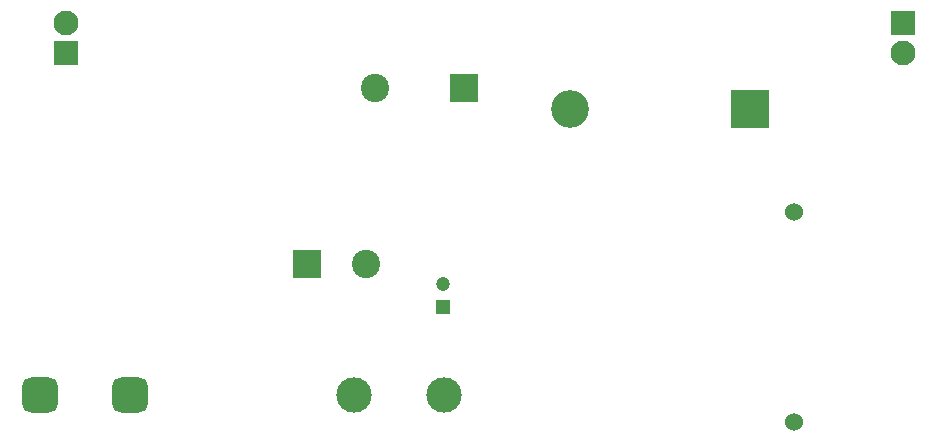
<source format=gbr>
%TF.GenerationSoftware,KiCad,Pcbnew,7.0.7*%
%TF.CreationDate,2023-09-13T14:30:02-04:00*%
%TF.ProjectId,Alim,416c696d-2e6b-4696-9361-645f70636258,rev?*%
%TF.SameCoordinates,Original*%
%TF.FileFunction,Soldermask,Bot*%
%TF.FilePolarity,Negative*%
%FSLAX46Y46*%
G04 Gerber Fmt 4.6, Leading zero omitted, Abs format (unit mm)*
G04 Created by KiCad (PCBNEW 7.0.7) date 2023-09-13 14:30:02*
%MOMM*%
%LPD*%
G01*
G04 APERTURE LIST*
G04 Aperture macros list*
%AMRoundRect*
0 Rectangle with rounded corners*
0 $1 Rounding radius*
0 $2 $3 $4 $5 $6 $7 $8 $9 X,Y pos of 4 corners*
0 Add a 4 corners polygon primitive as box body*
4,1,4,$2,$3,$4,$5,$6,$7,$8,$9,$2,$3,0*
0 Add four circle primitives for the rounded corners*
1,1,$1+$1,$2,$3*
1,1,$1+$1,$4,$5*
1,1,$1+$1,$6,$7*
1,1,$1+$1,$8,$9*
0 Add four rect primitives between the rounded corners*
20,1,$1+$1,$2,$3,$4,$5,0*
20,1,$1+$1,$4,$5,$6,$7,0*
20,1,$1+$1,$6,$7,$8,$9,0*
20,1,$1+$1,$8,$9,$2,$3,0*%
G04 Aperture macros list end*
%ADD10R,2.400000X2.400000*%
%ADD11C,2.400000*%
%ADD12R,1.200000X1.200000*%
%ADD13C,1.200000*%
%ADD14RoundRect,0.750000X-0.750000X-0.750000X0.750000X-0.750000X0.750000X0.750000X-0.750000X0.750000X0*%
%ADD15C,3.000000*%
%ADD16R,2.100000X2.100000*%
%ADD17C,2.100000*%
%ADD18R,3.200000X3.200000*%
%ADD19O,3.200000X3.200000*%
%ADD20C,1.524000*%
G04 APERTURE END LIST*
D10*
%TO.C,C1*%
X124230000Y-100680000D03*
D11*
X129230000Y-100680000D03*
%TD*%
D12*
%TO.C,C2*%
X135740000Y-104350000D03*
D13*
X135740000Y-102350000D03*
%TD*%
D14*
%TO.C,F1*%
X101605000Y-111740000D03*
X109225000Y-111740000D03*
D15*
X128195000Y-111740000D03*
X135815000Y-111740000D03*
%TD*%
D16*
%TO.C,J2*%
X174650000Y-80270000D03*
D17*
X174650000Y-82810000D03*
%TD*%
D10*
%TO.C,C3*%
X137502755Y-85820000D03*
D11*
X130002755Y-85820000D03*
%TD*%
D18*
%TO.C,D1*%
X161730000Y-87560000D03*
D19*
X146490000Y-87560000D03*
%TD*%
D20*
%TO.C,L1*%
X165450000Y-114100000D03*
X165450000Y-96320000D03*
%TD*%
D16*
%TO.C,J1*%
X103810000Y-82810000D03*
D17*
X103810000Y-80270000D03*
%TD*%
M02*

</source>
